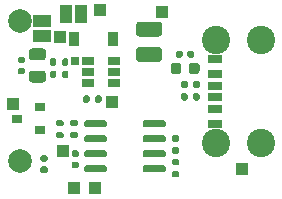
<source format=gbr>
%TF.GenerationSoftware,KiCad,Pcbnew,(5.1.10)-1*%
%TF.CreationDate,2021-05-31T11:52:34-04:00*%
%TF.ProjectId,Charger,43686172-6765-4722-9e6b-696361645f70,rev?*%
%TF.SameCoordinates,Original*%
%TF.FileFunction,Soldermask,Bot*%
%TF.FilePolarity,Negative*%
%FSLAX46Y46*%
G04 Gerber Fmt 4.6, Leading zero omitted, Abs format (unit mm)*
G04 Created by KiCad (PCBNEW (5.1.10)-1) date 2021-05-31 11:52:34*
%MOMM*%
%LPD*%
G01*
G04 APERTURE LIST*
%ADD10R,0.700000X0.700000*%
%ADD11C,2.000000*%
%ADD12C,2.400000*%
%ADD13R,1.200000X0.800000*%
%ADD14R,1.000000X1.000000*%
%ADD15R,0.900000X0.800000*%
%ADD16R,1.060000X0.650000*%
%ADD17R,1.000000X1.500000*%
%ADD18R,1.500000X1.000000*%
%ADD19R,0.900000X1.200000*%
G04 APERTURE END LIST*
D10*
%TO.C,TP7*%
X144400000Y-97400000D03*
%TD*%
D11*
%TO.C,J3*%
X139700000Y-105900000D03*
%TD*%
%TO.C,J2*%
X139700000Y-94000000D03*
%TD*%
D12*
%TO.C,J1*%
X156350000Y-104320000D03*
X156350000Y-95680000D03*
X160150000Y-104320000D03*
X160150000Y-95680000D03*
D13*
X156200000Y-102750000D03*
X156200000Y-101520000D03*
X156200000Y-100500000D03*
X156200000Y-99500000D03*
X156200000Y-98480000D03*
X156200000Y-97250000D03*
%TD*%
D14*
%TO.C,TP12*%
X139100000Y-101050000D03*
%TD*%
%TO.C,TP11*%
X143400000Y-105000000D03*
%TD*%
%TO.C,TP10*%
X146100000Y-108200000D03*
%TD*%
%TO.C,TP9*%
X144300000Y-108200000D03*
%TD*%
%TO.C,TP8*%
X143100000Y-95400000D03*
%TD*%
%TO.C,TP6*%
X151750000Y-93250000D03*
%TD*%
%TO.C,TP5*%
X147500000Y-100900000D03*
%TD*%
%TO.C,TP4*%
X158500000Y-106600000D03*
%TD*%
%TO.C,TP3*%
X146500000Y-93100000D03*
%TD*%
D15*
%TO.C,Q1*%
X139450000Y-102300000D03*
X141450000Y-103250000D03*
X141450000Y-101350000D03*
%TD*%
D16*
%TO.C,U1*%
X147700000Y-98350000D03*
X147700000Y-99300000D03*
X147700000Y-97400000D03*
X145500000Y-97400000D03*
X145500000Y-98350000D03*
X145500000Y-99300000D03*
%TD*%
%TO.C,U2*%
G36*
G01*
X150100000Y-106705000D02*
X150100000Y-106405000D01*
G75*
G02*
X150250000Y-106255000I150000J0D01*
G01*
X151900000Y-106255000D01*
G75*
G02*
X152050000Y-106405000I0J-150000D01*
G01*
X152050000Y-106705000D01*
G75*
G02*
X151900000Y-106855000I-150000J0D01*
G01*
X150250000Y-106855000D01*
G75*
G02*
X150100000Y-106705000I0J150000D01*
G01*
G37*
G36*
G01*
X150100000Y-105435000D02*
X150100000Y-105135000D01*
G75*
G02*
X150250000Y-104985000I150000J0D01*
G01*
X151900000Y-104985000D01*
G75*
G02*
X152050000Y-105135000I0J-150000D01*
G01*
X152050000Y-105435000D01*
G75*
G02*
X151900000Y-105585000I-150000J0D01*
G01*
X150250000Y-105585000D01*
G75*
G02*
X150100000Y-105435000I0J150000D01*
G01*
G37*
G36*
G01*
X150100000Y-104165000D02*
X150100000Y-103865000D01*
G75*
G02*
X150250000Y-103715000I150000J0D01*
G01*
X151900000Y-103715000D01*
G75*
G02*
X152050000Y-103865000I0J-150000D01*
G01*
X152050000Y-104165000D01*
G75*
G02*
X151900000Y-104315000I-150000J0D01*
G01*
X150250000Y-104315000D01*
G75*
G02*
X150100000Y-104165000I0J150000D01*
G01*
G37*
G36*
G01*
X150100000Y-102895000D02*
X150100000Y-102595000D01*
G75*
G02*
X150250000Y-102445000I150000J0D01*
G01*
X151900000Y-102445000D01*
G75*
G02*
X152050000Y-102595000I0J-150000D01*
G01*
X152050000Y-102895000D01*
G75*
G02*
X151900000Y-103045000I-150000J0D01*
G01*
X150250000Y-103045000D01*
G75*
G02*
X150100000Y-102895000I0J150000D01*
G01*
G37*
G36*
G01*
X145150000Y-102895000D02*
X145150000Y-102595000D01*
G75*
G02*
X145300000Y-102445000I150000J0D01*
G01*
X146950000Y-102445000D01*
G75*
G02*
X147100000Y-102595000I0J-150000D01*
G01*
X147100000Y-102895000D01*
G75*
G02*
X146950000Y-103045000I-150000J0D01*
G01*
X145300000Y-103045000D01*
G75*
G02*
X145150000Y-102895000I0J150000D01*
G01*
G37*
G36*
G01*
X145150000Y-104165000D02*
X145150000Y-103865000D01*
G75*
G02*
X145300000Y-103715000I150000J0D01*
G01*
X146950000Y-103715000D01*
G75*
G02*
X147100000Y-103865000I0J-150000D01*
G01*
X147100000Y-104165000D01*
G75*
G02*
X146950000Y-104315000I-150000J0D01*
G01*
X145300000Y-104315000D01*
G75*
G02*
X145150000Y-104165000I0J150000D01*
G01*
G37*
G36*
G01*
X145150000Y-105435000D02*
X145150000Y-105135000D01*
G75*
G02*
X145300000Y-104985000I150000J0D01*
G01*
X146950000Y-104985000D01*
G75*
G02*
X147100000Y-105135000I0J-150000D01*
G01*
X147100000Y-105435000D01*
G75*
G02*
X146950000Y-105585000I-150000J0D01*
G01*
X145300000Y-105585000D01*
G75*
G02*
X145150000Y-105435000I0J150000D01*
G01*
G37*
G36*
G01*
X145150000Y-106705000D02*
X145150000Y-106405000D01*
G75*
G02*
X145300000Y-106255000I150000J0D01*
G01*
X146950000Y-106255000D01*
G75*
G02*
X147100000Y-106405000I0J-150000D01*
G01*
X147100000Y-106705000D01*
G75*
G02*
X146950000Y-106855000I-150000J0D01*
G01*
X145300000Y-106855000D01*
G75*
G02*
X145150000Y-106705000I0J150000D01*
G01*
G37*
%TD*%
%TO.C,R9*%
G36*
G01*
X142915000Y-103440000D02*
X143285000Y-103440000D01*
G75*
G02*
X143420000Y-103575000I0J-135000D01*
G01*
X143420000Y-103845000D01*
G75*
G02*
X143285000Y-103980000I-135000J0D01*
G01*
X142915000Y-103980000D01*
G75*
G02*
X142780000Y-103845000I0J135000D01*
G01*
X142780000Y-103575000D01*
G75*
G02*
X142915000Y-103440000I135000J0D01*
G01*
G37*
G36*
G01*
X142915000Y-102420000D02*
X143285000Y-102420000D01*
G75*
G02*
X143420000Y-102555000I0J-135000D01*
G01*
X143420000Y-102825000D01*
G75*
G02*
X143285000Y-102960000I-135000J0D01*
G01*
X142915000Y-102960000D01*
G75*
G02*
X142780000Y-102825000I0J135000D01*
G01*
X142780000Y-102555000D01*
G75*
G02*
X142915000Y-102420000I135000J0D01*
G01*
G37*
%TD*%
%TO.C,R8*%
G36*
G01*
X152715000Y-104740000D02*
X153085000Y-104740000D01*
G75*
G02*
X153220000Y-104875000I0J-135000D01*
G01*
X153220000Y-105145000D01*
G75*
G02*
X153085000Y-105280000I-135000J0D01*
G01*
X152715000Y-105280000D01*
G75*
G02*
X152580000Y-105145000I0J135000D01*
G01*
X152580000Y-104875000D01*
G75*
G02*
X152715000Y-104740000I135000J0D01*
G01*
G37*
G36*
G01*
X152715000Y-103720000D02*
X153085000Y-103720000D01*
G75*
G02*
X153220000Y-103855000I0J-135000D01*
G01*
X153220000Y-104125000D01*
G75*
G02*
X153085000Y-104260000I-135000J0D01*
G01*
X152715000Y-104260000D01*
G75*
G02*
X152580000Y-104125000I0J135000D01*
G01*
X152580000Y-103855000D01*
G75*
G02*
X152715000Y-103720000I135000J0D01*
G01*
G37*
%TD*%
%TO.C,R7*%
G36*
G01*
X152715000Y-106740000D02*
X153085000Y-106740000D01*
G75*
G02*
X153220000Y-106875000I0J-135000D01*
G01*
X153220000Y-107145000D01*
G75*
G02*
X153085000Y-107280000I-135000J0D01*
G01*
X152715000Y-107280000D01*
G75*
G02*
X152580000Y-107145000I0J135000D01*
G01*
X152580000Y-106875000D01*
G75*
G02*
X152715000Y-106740000I135000J0D01*
G01*
G37*
G36*
G01*
X152715000Y-105720000D02*
X153085000Y-105720000D01*
G75*
G02*
X153220000Y-105855000I0J-135000D01*
G01*
X153220000Y-106125000D01*
G75*
G02*
X153085000Y-106260000I-135000J0D01*
G01*
X152715000Y-106260000D01*
G75*
G02*
X152580000Y-106125000I0J135000D01*
G01*
X152580000Y-105855000D01*
G75*
G02*
X152715000Y-105720000I135000J0D01*
G01*
G37*
%TD*%
%TO.C,R6*%
G36*
G01*
X144485000Y-102960000D02*
X144115000Y-102960000D01*
G75*
G02*
X143980000Y-102825000I0J135000D01*
G01*
X143980000Y-102555000D01*
G75*
G02*
X144115000Y-102420000I135000J0D01*
G01*
X144485000Y-102420000D01*
G75*
G02*
X144620000Y-102555000I0J-135000D01*
G01*
X144620000Y-102825000D01*
G75*
G02*
X144485000Y-102960000I-135000J0D01*
G01*
G37*
G36*
G01*
X144485000Y-103980000D02*
X144115000Y-103980000D01*
G75*
G02*
X143980000Y-103845000I0J135000D01*
G01*
X143980000Y-103575000D01*
G75*
G02*
X144115000Y-103440000I135000J0D01*
G01*
X144485000Y-103440000D01*
G75*
G02*
X144620000Y-103575000I0J-135000D01*
G01*
X144620000Y-103845000D01*
G75*
G02*
X144485000Y-103980000I-135000J0D01*
G01*
G37*
%TD*%
%TO.C,R5*%
G36*
G01*
X143290000Y-98735000D02*
X143290000Y-98365000D01*
G75*
G02*
X143425000Y-98230000I135000J0D01*
G01*
X143695000Y-98230000D01*
G75*
G02*
X143830000Y-98365000I0J-135000D01*
G01*
X143830000Y-98735000D01*
G75*
G02*
X143695000Y-98870000I-135000J0D01*
G01*
X143425000Y-98870000D01*
G75*
G02*
X143290000Y-98735000I0J135000D01*
G01*
G37*
G36*
G01*
X142270000Y-98735000D02*
X142270000Y-98365000D01*
G75*
G02*
X142405000Y-98230000I135000J0D01*
G01*
X142675000Y-98230000D01*
G75*
G02*
X142810000Y-98365000I0J-135000D01*
G01*
X142810000Y-98735000D01*
G75*
G02*
X142675000Y-98870000I-135000J0D01*
G01*
X142405000Y-98870000D01*
G75*
G02*
X142270000Y-98735000I0J135000D01*
G01*
G37*
%TD*%
%TO.C,R4*%
G36*
G01*
X142810000Y-97327436D02*
X142810000Y-97697436D01*
G75*
G02*
X142675000Y-97832436I-135000J0D01*
G01*
X142405000Y-97832436D01*
G75*
G02*
X142270000Y-97697436I0J135000D01*
G01*
X142270000Y-97327436D01*
G75*
G02*
X142405000Y-97192436I135000J0D01*
G01*
X142675000Y-97192436D01*
G75*
G02*
X142810000Y-97327436I0J-135000D01*
G01*
G37*
G36*
G01*
X143830000Y-97327436D02*
X143830000Y-97697436D01*
G75*
G02*
X143695000Y-97832436I-135000J0D01*
G01*
X143425000Y-97832436D01*
G75*
G02*
X143290000Y-97697436I0J135000D01*
G01*
X143290000Y-97327436D01*
G75*
G02*
X143425000Y-97192436I135000J0D01*
G01*
X143695000Y-97192436D01*
G75*
G02*
X143830000Y-97327436I0J-135000D01*
G01*
G37*
%TD*%
%TO.C,R3*%
G36*
G01*
X146090000Y-100835000D02*
X146090000Y-100465000D01*
G75*
G02*
X146225000Y-100330000I135000J0D01*
G01*
X146495000Y-100330000D01*
G75*
G02*
X146630000Y-100465000I0J-135000D01*
G01*
X146630000Y-100835000D01*
G75*
G02*
X146495000Y-100970000I-135000J0D01*
G01*
X146225000Y-100970000D01*
G75*
G02*
X146090000Y-100835000I0J135000D01*
G01*
G37*
G36*
G01*
X145070000Y-100835000D02*
X145070000Y-100465000D01*
G75*
G02*
X145205000Y-100330000I135000J0D01*
G01*
X145475000Y-100330000D01*
G75*
G02*
X145610000Y-100465000I0J-135000D01*
G01*
X145610000Y-100835000D01*
G75*
G02*
X145475000Y-100970000I-135000J0D01*
G01*
X145205000Y-100970000D01*
G75*
G02*
X145070000Y-100835000I0J135000D01*
G01*
G37*
%TD*%
%TO.C,R2*%
G36*
G01*
X154390000Y-99585000D02*
X154390000Y-99215000D01*
G75*
G02*
X154525000Y-99080000I135000J0D01*
G01*
X154795000Y-99080000D01*
G75*
G02*
X154930000Y-99215000I0J-135000D01*
G01*
X154930000Y-99585000D01*
G75*
G02*
X154795000Y-99720000I-135000J0D01*
G01*
X154525000Y-99720000D01*
G75*
G02*
X154390000Y-99585000I0J135000D01*
G01*
G37*
G36*
G01*
X153370000Y-99585000D02*
X153370000Y-99215000D01*
G75*
G02*
X153505000Y-99080000I135000J0D01*
G01*
X153775000Y-99080000D01*
G75*
G02*
X153910000Y-99215000I0J-135000D01*
G01*
X153910000Y-99585000D01*
G75*
G02*
X153775000Y-99720000I-135000J0D01*
G01*
X153505000Y-99720000D01*
G75*
G02*
X153370000Y-99585000I0J135000D01*
G01*
G37*
%TD*%
%TO.C,R1*%
G36*
G01*
X154390000Y-100635000D02*
X154390000Y-100265000D01*
G75*
G02*
X154525000Y-100130000I135000J0D01*
G01*
X154795000Y-100130000D01*
G75*
G02*
X154930000Y-100265000I0J-135000D01*
G01*
X154930000Y-100635000D01*
G75*
G02*
X154795000Y-100770000I-135000J0D01*
G01*
X154525000Y-100770000D01*
G75*
G02*
X154390000Y-100635000I0J135000D01*
G01*
G37*
G36*
G01*
X153370000Y-100635000D02*
X153370000Y-100265000D01*
G75*
G02*
X153505000Y-100130000I135000J0D01*
G01*
X153775000Y-100130000D01*
G75*
G02*
X153910000Y-100265000I0J-135000D01*
G01*
X153910000Y-100635000D01*
G75*
G02*
X153775000Y-100770000I-135000J0D01*
G01*
X153505000Y-100770000D01*
G75*
G02*
X153370000Y-100635000I0J135000D01*
G01*
G37*
%TD*%
%TO.C,L1*%
G36*
G01*
X151500000Y-95350000D02*
X149800000Y-95350000D01*
G75*
G02*
X149550000Y-95100000I0J250000D01*
G01*
X149550000Y-94350000D01*
G75*
G02*
X149800000Y-94100000I250000J0D01*
G01*
X151500000Y-94100000D01*
G75*
G02*
X151750000Y-94350000I0J-250000D01*
G01*
X151750000Y-95100000D01*
G75*
G02*
X151500000Y-95350000I-250000J0D01*
G01*
G37*
G36*
G01*
X151500000Y-97500000D02*
X149800000Y-97500000D01*
G75*
G02*
X149550000Y-97250000I0J250000D01*
G01*
X149550000Y-96500000D01*
G75*
G02*
X149800000Y-96250000I250000J0D01*
G01*
X151500000Y-96250000D01*
G75*
G02*
X151750000Y-96500000I0J-250000D01*
G01*
X151750000Y-97250000D01*
G75*
G02*
X151500000Y-97500000I-250000J0D01*
G01*
G37*
%TD*%
D17*
%TO.C,JP2*%
X144900000Y-93400000D03*
X143600000Y-93400000D03*
%TD*%
D18*
%TO.C,JP1*%
X141600000Y-94000000D03*
X141600000Y-95300000D03*
%TD*%
D19*
%TO.C,D1*%
X147600000Y-95550000D03*
X144300000Y-95550000D03*
%TD*%
%TO.C,C6*%
G36*
G01*
X141920000Y-105950000D02*
X141580000Y-105950000D01*
G75*
G02*
X141440000Y-105810000I0J140000D01*
G01*
X141440000Y-105530000D01*
G75*
G02*
X141580000Y-105390000I140000J0D01*
G01*
X141920000Y-105390000D01*
G75*
G02*
X142060000Y-105530000I0J-140000D01*
G01*
X142060000Y-105810000D01*
G75*
G02*
X141920000Y-105950000I-140000J0D01*
G01*
G37*
G36*
G01*
X141920000Y-106910000D02*
X141580000Y-106910000D01*
G75*
G02*
X141440000Y-106770000I0J140000D01*
G01*
X141440000Y-106490000D01*
G75*
G02*
X141580000Y-106350000I140000J0D01*
G01*
X141920000Y-106350000D01*
G75*
G02*
X142060000Y-106490000I0J-140000D01*
G01*
X142060000Y-106770000D01*
G75*
G02*
X141920000Y-106910000I-140000J0D01*
G01*
G37*
%TD*%
%TO.C,C5*%
G36*
G01*
X144230000Y-105950000D02*
X144570000Y-105950000D01*
G75*
G02*
X144710000Y-106090000I0J-140000D01*
G01*
X144710000Y-106370000D01*
G75*
G02*
X144570000Y-106510000I-140000J0D01*
G01*
X144230000Y-106510000D01*
G75*
G02*
X144090000Y-106370000I0J140000D01*
G01*
X144090000Y-106090000D01*
G75*
G02*
X144230000Y-105950000I140000J0D01*
G01*
G37*
G36*
G01*
X144230000Y-104990000D02*
X144570000Y-104990000D01*
G75*
G02*
X144710000Y-105130000I0J-140000D01*
G01*
X144710000Y-105410000D01*
G75*
G02*
X144570000Y-105550000I-140000J0D01*
G01*
X144230000Y-105550000D01*
G75*
G02*
X144090000Y-105410000I0J140000D01*
G01*
X144090000Y-105130000D01*
G75*
G02*
X144230000Y-104990000I140000J0D01*
G01*
G37*
%TD*%
%TO.C,C4*%
G36*
G01*
X140725000Y-98250000D02*
X141675000Y-98250000D01*
G75*
G02*
X141925000Y-98500000I0J-250000D01*
G01*
X141925000Y-99000000D01*
G75*
G02*
X141675000Y-99250000I-250000J0D01*
G01*
X140725000Y-99250000D01*
G75*
G02*
X140475000Y-99000000I0J250000D01*
G01*
X140475000Y-98500000D01*
G75*
G02*
X140725000Y-98250000I250000J0D01*
G01*
G37*
G36*
G01*
X140725000Y-96350000D02*
X141675000Y-96350000D01*
G75*
G02*
X141925000Y-96600000I0J-250000D01*
G01*
X141925000Y-97100000D01*
G75*
G02*
X141675000Y-97350000I-250000J0D01*
G01*
X140725000Y-97350000D01*
G75*
G02*
X140475000Y-97100000I0J250000D01*
G01*
X140475000Y-96600000D01*
G75*
G02*
X140725000Y-96350000I250000J0D01*
G01*
G37*
%TD*%
%TO.C,C3*%
G36*
G01*
X139680000Y-98000000D02*
X140020000Y-98000000D01*
G75*
G02*
X140160000Y-98140000I0J-140000D01*
G01*
X140160000Y-98420000D01*
G75*
G02*
X140020000Y-98560000I-140000J0D01*
G01*
X139680000Y-98560000D01*
G75*
G02*
X139540000Y-98420000I0J140000D01*
G01*
X139540000Y-98140000D01*
G75*
G02*
X139680000Y-98000000I140000J0D01*
G01*
G37*
G36*
G01*
X139680000Y-97040000D02*
X140020000Y-97040000D01*
G75*
G02*
X140160000Y-97180000I0J-140000D01*
G01*
X140160000Y-97460000D01*
G75*
G02*
X140020000Y-97600000I-140000J0D01*
G01*
X139680000Y-97600000D01*
G75*
G02*
X139540000Y-97460000I0J140000D01*
G01*
X139540000Y-97180000D01*
G75*
G02*
X139680000Y-97040000I140000J0D01*
G01*
G37*
%TD*%
%TO.C,C2*%
G36*
G01*
X153375000Y-97800000D02*
X153375000Y-98300000D01*
G75*
G02*
X153150000Y-98525000I-225000J0D01*
G01*
X152700000Y-98525000D01*
G75*
G02*
X152475000Y-98300000I0J225000D01*
G01*
X152475000Y-97800000D01*
G75*
G02*
X152700000Y-97575000I225000J0D01*
G01*
X153150000Y-97575000D01*
G75*
G02*
X153375000Y-97800000I0J-225000D01*
G01*
G37*
G36*
G01*
X154925000Y-97800000D02*
X154925000Y-98300000D01*
G75*
G02*
X154700000Y-98525000I-225000J0D01*
G01*
X154250000Y-98525000D01*
G75*
G02*
X154025000Y-98300000I0J225000D01*
G01*
X154025000Y-97800000D01*
G75*
G02*
X154250000Y-97575000I225000J0D01*
G01*
X154700000Y-97575000D01*
G75*
G02*
X154925000Y-97800000I0J-225000D01*
G01*
G37*
%TD*%
%TO.C,C1*%
G36*
G01*
X153500000Y-96680000D02*
X153500000Y-97020000D01*
G75*
G02*
X153360000Y-97160000I-140000J0D01*
G01*
X153080000Y-97160000D01*
G75*
G02*
X152940000Y-97020000I0J140000D01*
G01*
X152940000Y-96680000D01*
G75*
G02*
X153080000Y-96540000I140000J0D01*
G01*
X153360000Y-96540000D01*
G75*
G02*
X153500000Y-96680000I0J-140000D01*
G01*
G37*
G36*
G01*
X154460000Y-96680000D02*
X154460000Y-97020000D01*
G75*
G02*
X154320000Y-97160000I-140000J0D01*
G01*
X154040000Y-97160000D01*
G75*
G02*
X153900000Y-97020000I0J140000D01*
G01*
X153900000Y-96680000D01*
G75*
G02*
X154040000Y-96540000I140000J0D01*
G01*
X154320000Y-96540000D01*
G75*
G02*
X154460000Y-96680000I0J-140000D01*
G01*
G37*
%TD*%
M02*

</source>
